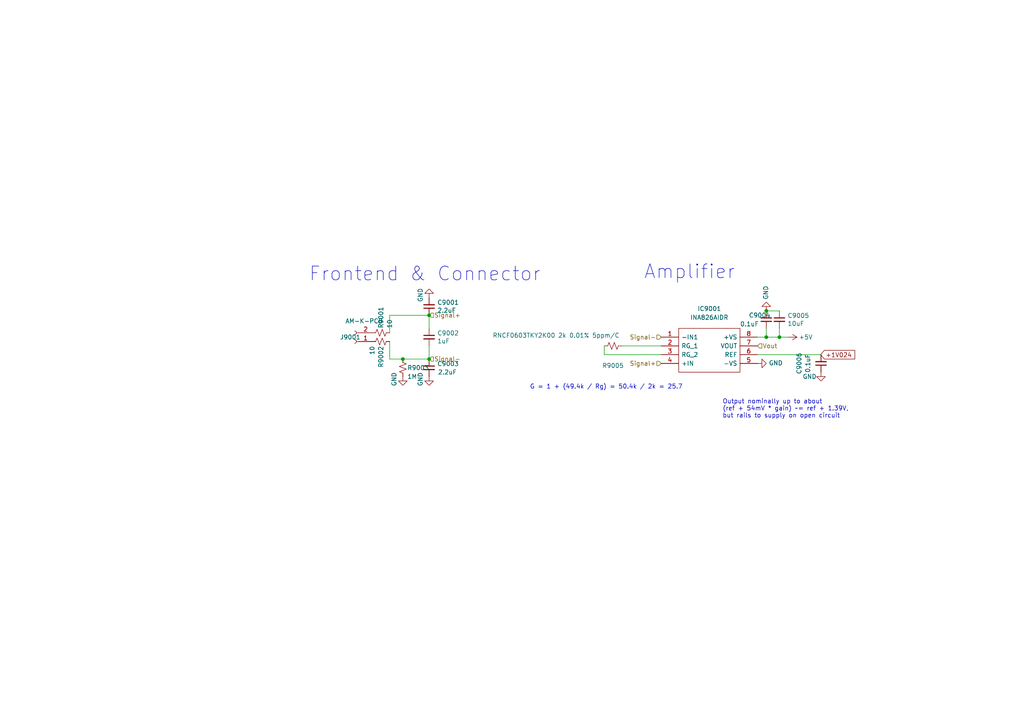
<source format=kicad_sch>
(kicad_sch (version 20231120) (generator "eeschema") (generator_version "8.0")
  (paper "A4")
  (lib_symbols
    (symbol "Connector:Conn_01x02_Female" (pin_names (offset 1.016) hide)
      (property "Reference" "J" (at 0 2.54 0))
      (property "Value" "Conn_01x02_Female" (at 0 -5.08 0))
      (symbol "Conn_01x02_Female_1_1"
        (arc (start 0 -2.032) (mid -0.5058 -2.54) (end 0 -3.048) (stroke (width 0.1524)))
        (polyline (pts (xy -1.27 -2.54) (xy -0.508 -2.54)) (stroke (width 0.1524)))
        (polyline (pts (xy -1.27 0) (xy -0.508 0)) (stroke (width 0.1524)))
        (arc (start 0 0.508) (mid -0.5058 0) (end 0 -0.508) (stroke (width 0.1524)))
        (pin passive line (at -5.08 0 0) (length 3.81) (name "Pin_1") (number "1"))
        (pin passive line (at -5.08 -2.54 0) (length 3.81) (name "Pin_2") (number "2"))
      )
    )
    (symbol "Device:C_Small" (pin_numbers hide) (pin_names (offset 0.254) hide)
      (property "Reference" "C" (at 0.254 1.778 0))
      (property "Value" "C_Small" (at 0.254 -2.032 0))
      (symbol "C_Small_0_1"
        (polyline (pts (xy -1.524 -0.508) (xy 1.524 -0.508)) (stroke (width 0.3302)))
        (polyline (pts (xy -1.524 0.508) (xy 1.524 0.508)) (stroke (width 0.3048)))
      )
      (symbol "C_Small_1_1"
        (pin passive line (at 0 2.54 270) (length 2.032) (name "~") (number "1"))
        (pin passive line (at 0 -2.54 90) (length 2.032) (name "~") (number "2"))
      )
    )
    (symbol "Device:R_Small_US" (pin_numbers hide) (pin_names (offset 0.254) hide)
      (property "Reference" "R" (at 0.762 0.508 0))
      (property "Value" "R_Small_US" (at 0.762 -1.016 0))
      (symbol "R_Small_US_1_1"
        (polyline (pts (xy 0 0) (xy 1.016 -0.381) (xy 0 -0.762) (xy -1.016 -1.143) (xy 0 -1.524)))
        (polyline (pts (xy 0 1.524) (xy 1.016 1.143) (xy 0 0.762) (xy -1.016 0.381) (xy 0 0)))
        (pin passive line (at 0 2.54 270) (length 1.016) (name "~") (number "1"))
        (pin passive line (at 0 -2.54 90) (length 1.016) (name "~") (number "2"))
      )
    )
    (symbol "aaa:INA826AIDR" (pin_names (offset 0.762))
      (property "Reference" "IC" (at 24.13 7.62 0))
      (property "Value" "INA826AIDR" (at 24.13 5.08 0))
      (symbol "INA826AIDR_0_0"
        (pin passive line (at 0 0 0) (length 5.08) (name "-IN1") (number "1"))
        (pin passive line (at 0 -2.54 0) (length 5.08) (name "RG_1") (number "2"))
        (pin passive line (at 0 -5.08 0) (length 5.08) (name "RG_2") (number "3"))
        (pin passive line (at 0 -7.62 0) (length 5.08) (name "+IN") (number "4"))
        (pin passive line (at 27.94 -7.62 180) (length 5.08) (name "-VS") (number "5"))
        (pin passive line (at 27.94 -5.08 180) (length 5.08) (name "REF") (number "6"))
        (pin passive line (at 27.94 -2.54 180) (length 5.08) (name "VOUT") (number "7"))
        (pin passive line (at 27.94 0 180) (length 5.08) (name "+VS") (number "8"))
      )
      (symbol "INA826AIDR_0_1"
        (polyline (pts (xy 5.08 2.54) (xy 22.86 2.54) (xy 22.86 -10.16) (xy 5.08 -10.16) (xy 5.08 2.54)) (stroke (width 0.1524)))
      )
    )
    (symbol "power:+5V" (power) (pin_names (offset 0))
      (property "Value" "+5V" (at 0 3.556 0))
      (symbol "+5V_0_1"
        (polyline (pts (xy -0.762 1.27) (xy 0 2.54)))
        (polyline (pts (xy 0 0) (xy 0 2.54)))
        (polyline (pts (xy 0 2.54) (xy 0.762 1.27)))
      )
      (symbol "+5V_1_1"
        (pin power_in line (at 0 0 90) (length 0) hide (name "+5V") (number "1"))
      )
    )
    (symbol "power:GND" (power) (pin_names (offset 0))
      (property "Value" "GND" (at 0 -3.81 0))
      (symbol "GND_0_1"
        (polyline (pts (xy 0 0) (xy 0 -1.27) (xy 1.27 -1.27) (xy 0 -2.54) (xy -1.27 -1.27) (xy 0 -1.27)))
      )
      (symbol "GND_1_1"
        (pin power_in line (at 0 0 270) (length 0) hide (name "GND") (number "1"))
      )
    )
  )
  (junction (at 226.06 97.79))
  (junction (at 124.46 104.14))
  (junction (at 222.25 97.79))
  (junction (at 222.25 90.17))
  (junction (at 116.84 104.14))
  (junction (at 124.46 91.44))
  (wire (pts (xy 222.25 97.79) (xy 222.25 95.25)))
  (wire (pts (xy 113.03 104.14) (xy 116.84 104.14)))
  (wire (pts (xy 219.71 102.87) (xy 238.125 102.87)))
  (wire (pts (xy 124.46 95.25) (xy 124.46 91.44)))
  (wire (pts (xy 113.03 91.44) (xy 124.46 91.44)))
  (wire (pts (xy 175.26 100.33) (xy 175.26 102.87)))
  (wire (pts (xy 226.06 97.79) (xy 228.6 97.79)))
  (wire (pts (xy 113.03 96.52) (xy 113.03 91.44)))
  (wire (pts (xy 219.71 97.79) (xy 222.25 97.79)))
  (wire (pts (xy 226.06 90.17) (xy 222.25 90.17)))
  (wire (pts (xy 226.06 97.79) (xy 222.25 97.79)))
  (wire (pts (xy 116.84 104.14) (xy 124.46 104.14)))
  (wire (pts (xy 180.34 100.33) (xy 191.77 100.33)))
  (wire (pts (xy 113.03 99.06) (xy 113.03 104.14)))
  (wire (pts (xy 124.46 100.33) (xy 124.46 104.14)))
  (wire (pts (xy 175.26 102.87) (xy 191.77 102.87)))
  (wire (pts (xy 226.06 95.25) (xy 226.06 97.79)))
  (text "G = 1 + (49.4k / Rg) = 50.4k / 2k = 25.7" (at 153.67 113.03 0) (effects (font (size 1.27 1.27)) (justify left bottom)))
  (text "Amplifier" (at 186.69 81.28 0) (effects (font (size 4 4)) (justify left bottom)))
  (text "Output nominally up to about\n(ref + 54mV * gain) ~= ref + 1.39V,\nbut rails to supply on open circuit" (at 209.55 121.412 0) (effects (font (size 1.27 1.27)) (justify left bottom)))
  (text "Frontend & Connector" (at 89.535 81.915 0) (effects (font (size 4 4)) (justify left bottom)))
  (global_label "+1V024" (shape input) (at 237.998 102.87 0) (property "Intersheetrefs" "${INTERSHEET_REFS}" (effects (hide yes))))
  (hierarchical_label "Signal-" (shape input) (at 191.77 97.79 180))
  (hierarchical_label "Signal+" (shape input) (at 124.46 91.44 0))
  (hierarchical_label "Signal+" (shape input) (at 191.77 105.41 180))
  (hierarchical_label "Signal-" (shape input) (at 124.46 104.14 0))
  (hierarchical_label "Vout" (shape input) (at 219.71 100.33 0))
  (symbol (lib_id "Connector:Conn_01x02_Female") (at 102.87 99.06 180) (unit 1)
    (property "Reference" "J9001" (at 101.6 97.79 0))
    (property "Value" "AM-K-PCB" (at 105.6132 93.1164 0))
    (property "Footprint" "aaa:AM-K-PCB" (effects (hide yes)))
    (property "LCSC" "C9900157061" (effects (hide yes)))
    (instances (project "simplicity_analog_1" (path "" (reference "J9001") (unit 1)) (path "" (reference "J23001") (unit 1)) (path "" (reference "J15001") (unit 1)) (path "" (reference "J19001") (unit 1))) (project "analog_frontend_panel" (path "" (reference "J12") (unit 1)) (path "" (reference "J15") (unit 1)) (path "" (reference "J13") (unit 1)) (path "" (reference "J14") (unit 1))))
  )
  (symbol (lib_id "Device:C_Small") (at 124.46 97.79 0) (unit 1)
    (property "Reference" "C9002" (at 126.7968 96.6216 0) (effects (justify left)))
    (property "Value" "1uF" (at 126.7968 98.933 0) (effects (justify left)))
    (property "Footprint" "Capacitor_SMD:C_0402_1005Metric" (effects (hide yes)))
    (instances (project "simplicity_analog_1" (path "" (reference "C9002") (unit 1)) (path "" (reference "C23002") (unit 1)) (path "" (reference "C15002") (unit 1)) (path "" (reference "C19002") (unit 1))) (project "analog_frontend_panel" (path "" (reference "C2") (unit 1)) (path "" (reference "C20") (unit 1)) (path "" (reference "C8") (unit 1)) (path "" (reference "C14") (unit 1))))
  )
  (symbol (lib_id "Device:C_Small") (at 124.46 106.68 0) (unit 1)
    (property "Reference" "C9003" (at 126.7968 105.5116 0) (effects (justify left)))
    (property "Value" "2.2uF" (at 127 107.95 0) (effects (justify left)))
    (property "Footprint" "Capacitor_SMD:C_0402_1005Metric" (effects (hide yes)))
    (instances (project "simplicity_analog_1" (path "" (reference "C9003") (unit 1)) (path "" (reference "C23003") (unit 1)) (path "" (reference "C15003") (unit 1)) (path "" (reference "C19003") (unit 1))) (project "analog_frontend_panel" (path "" (reference "C3") (unit 1)) (path "" (reference "C21") (unit 1)) (path "" (reference "C9") (unit 1)) (path "" (reference "C15") (unit 1))))
  )
  (symbol (lib_id "power:GND") (at 124.46 109.22 0) (unit 1)
    (property "Reference" "#PWR09003" (effects (hide yes)))
    (property "Value" "GND" (at 121.92 107.95 90) (effects (justify right)))
    (instances (project "simplicity_analog_1" (path "" (reference "#PWR09003") (unit 1)) (path "" (reference "#PWR023003") (unit 1)) (path "" (reference "#PWR015003") (unit 1)) (path "" (reference "#PWR019003") (unit 1))) (project "analog_frontend_panel" (path "" (reference "#PWR017") (unit 1)) (path "" (reference "#PWR038") (unit 1)) (path "" (reference "#PWR024") (unit 1)) (path "" (reference "#PWR031") (unit 1))))
  )
  (symbol (lib_id "Device:C_Small") (at 124.46 88.9 180) (unit 1)
    (property "Reference" "C9001" (at 126.7968 87.7316 0) (effects (justify right)))
    (property "Value" "2.2uF" (at 126.7968 90.043 0) (effects (justify right)))
    (property "Footprint" "Capacitor_SMD:C_0402_1005Metric" (effects (hide yes)))
    (instances (project "simplicity_analog_1" (path "" (reference "C9001") (unit 1)) (path "" (reference "C23001") (unit 1)) (path "" (reference "C15001") (unit 1)) (path "" (reference "C19001") (unit 1))) (project "analog_frontend_panel" (path "" (reference "C1") (unit 1)) (path "" (reference "C19") (unit 1)) (path "" (reference "C7") (unit 1)) (path "" (reference "C13") (unit 1))))
  )
  (symbol (lib_id "power:GND") (at 124.46 86.36 180) (unit 1)
    (property "Reference" "#PWR09002" (effects (hide yes)))
    (property "Value" "GND" (at 121.92 87.63 90) (effects (justify right)))
    (instances (project "simplicity_analog_1" (path "" (reference "#PWR09002") (unit 1)) (path "" (reference "#PWR023002") (unit 1)) (path "" (reference "#PWR015002") (unit 1)) (path "" (reference "#PWR019002") (unit 1))) (project "analog_frontend_panel" (path "" (reference "#PWR016") (unit 1)) (path "" (reference "#PWR037") (unit 1)) (path "" (reference "#PWR023") (unit 1)) (path "" (reference "#PWR030") (unit 1))))
  )
  (symbol (lib_id "Device:R_Small_US") (at 116.84 106.68 0) (unit 1)
    (property "Reference" "R9003" (at 118.11 106.68 0) (effects (justify left)))
    (property "Value" "1M" (at 118.11 109.22 0) (effects (justify left)))
    (property "Footprint" "Resistor_SMD:R_0402_1005Metric" (effects (hide yes)))
    (instances (project "simplicity_analog_1" (path "" (reference "R9003") (unit 1)) (path "" (reference "R23003") (unit 1)) (path "" (reference "R15003") (unit 1)) (path "" (reference "R19003") (unit 1))) (project "analog_frontend_panel" (path "" (reference "R4") (unit 1)) (path "" (reference "R19") (unit 1)) (path "" (reference "R9") (unit 1)) (path "" (reference "R14") (unit 1))))
  )
  (symbol (lib_id "power:GND") (at 116.84 109.22 0) (unit 1)
    (property "Reference" "#PWR09001" (effects (hide yes)))
    (property "Value" "GND" (at 114.3 107.95 90) (effects (justify right)))
    (instances (project "simplicity_analog_1" (path "" (reference "#PWR09001") (unit 1)) (path "" (reference "#PWR023001") (unit 1)) (path "" (reference "#PWR015001") (unit 1)) (path "" (reference "#PWR019001") (unit 1))) (project "analog_frontend_panel" (path "" (reference "#PWR015") (unit 1)) (path "" (reference "#PWR036") (unit 1)) (path "" (reference "#PWR022") (unit 1)) (path "" (reference "#PWR029") (unit 1))))
  )
  (symbol (lib_id "Device:R_Small_US") (at 110.49 96.52 90) (unit 1)
    (property "Reference" "R9001" (at 110.49 95.25 0) (effects (justify left)))
    (property "Value" "10" (at 113.03 95.25 0) (effects (justify left)))
    (property "Footprint" "Resistor_SMD:R_0402_1005Metric" (effects (hide yes)))
    (property "LCSC" "C25077" (effects (hide yes)))
    (instances (project "simplicity_analog_1" (path "" (reference "R9001") (unit 1)) (path "" (reference "R23001") (unit 1)) (path "" (reference "R15001") (unit 1)) (path "" (reference "R19001") (unit 1))) (project "analog_frontend_panel" (path "" (reference "R2") (unit 1)) (path "" (reference "R17") (unit 1)) (path "" (reference "R7") (unit 1)) (path "" (reference "R12") (unit 1))))
  )
  (symbol (lib_id "Device:R_Small_US") (at 110.49 99.06 270) (unit 1)
    (property "Reference" "R9002" (at 110.49 100.33 0) (effects (justify left)))
    (property "Value" "10" (at 107.95 100.33 0) (effects (justify left)))
    (property "Footprint" "Resistor_SMD:R_0402_1005Metric" (effects (hide yes)))
    (property "Datasheet" "C25077" (effects (hide yes)))
    (instances (project "simplicity_analog_1" (path "" (reference "R9002") (unit 1)) (path "" (reference "R23002") (unit 1)) (path "" (reference "R15002") (unit 1)) (path "" (reference "R19002") (unit 1))) (project "analog_frontend_panel" (path "" (reference "R3") (unit 1)) (path "" (reference "R18") (unit 1)) (path "" (reference "R8") (unit 1)) (path "" (reference "R13") (unit 1))))
  )
  (symbol (lib_id "power:GND") (at 238.125 107.95 0) (unit 1)
    (property "Reference" "#PWR09007" (effects (hide yes)))
    (property "Value" "GND" (at 236.855 109.22 0) (effects (justify right)))
    (instances (project "simplicity_analog_1" (path "" (reference "#PWR09007") (unit 1)) (path "" (reference "#PWR023007") (unit 1)) (path "" (reference "#PWR015007") (unit 1)) (path "" (reference "#PWR019007") (unit 1))) (project "analog_frontend_panel" (path "" (reference "#PWR021") (unit 1)) (path "" (reference "#PWR042") (unit 1)) (path "" (reference "#PWR028") (unit 1)) (path "" (reference "#PWR035") (unit 1))))
  )
  (symbol (lib_id "power:+5V") (at 228.6 97.79 270) (unit 1)
    (property "Reference" "#PWR0102" (effects (hide yes)))
    (property "Value" "+5V" (at 231.648 97.79 90) (effects (justify left)))
    (instances (project "simplicity_analog_1" (path "" (reference "#PWR0102") (unit 1)) (path "" (reference "#PWR0105") (unit 1)) (path "" (reference "#PWR0103") (unit 1)) (path "" (reference "#PWR0104") (unit 1))) (project "analog_frontend_panel" (path "" (reference "#PWR06001") (unit 1)) (path "" (reference "#PWR09001") (unit 1)) (path "" (reference "#PWR07001") (unit 1)) (path "" (reference "#PWR08001") (unit 1))))
  )
  (symbol (lib_id "Device:C_Small") (at 238.125 105.41 180) (unit 1)
    (property "Reference" "C9006" (at 231.775 105.4037 90))
    (property "Value" "0.1uF" (at 234.315 105.4037 90))
    (property "Footprint" "Capacitor_SMD:C_0402_1005Metric" (effects (hide yes)))
    (instances (project "simplicity_analog_1" (path "" (reference "C9006") (unit 1)) (path "" (reference "C23006") (unit 1)) (path "" (reference "C15006") (unit 1)) (path "" (reference "C19006") (unit 1))) (project "analog_frontend_panel" (path "" (reference "C6") (unit 1)) (path "" (reference "C24") (unit 1)) (path "" (reference "C12") (unit 1)) (path "" (reference "C18") (unit 1))))
  )
  (symbol (lib_id "Device:C_Small") (at 222.25 92.71 180) (unit 1)
    (property "Reference" "C9004" (at 217.17 91.44 0) (effects (justify right)))
    (property "Value" "0.1uF" (at 214.63 93.98 0) (effects (justify right)))
    (property "Footprint" "Capacitor_SMD:C_0402_1005Metric" (effects (hide yes)))
    (instances (project "simplicity_analog_1" (path "" (reference "C9004") (unit 1)) (path "" (reference "C23004") (unit 1)) (path "" (reference "C15004") (unit 1)) (path "" (reference "C19004") (unit 1))) (project "analog_frontend_panel" (path "" (reference "C4") (unit 1)) (path "" (reference "C22") (unit 1)) (path "" (reference "C10") (unit 1)) (path "" (reference "C16") (unit 1))))
  )
  (symbol (lib_id "aaa:INA826AIDR") (at 191.77 97.79 0) (unit 1)
    (property "Reference" "IC9001" (at 205.74 89.535 0))
    (property "Value" "INA826AIDR" (at 205.74 92.075 0))
    (property "Footprint" "aaa:SOIC127P600X175-8N" (effects (hide yes)))
    (property "Datasheet" "http://www.ti.com/lit/gpn/ina826" (effects (hide yes)))
    (property "Description" "Precision, 200-uA Supply Current, 36-V Supply Instrumentation Amplifier" (effects (hide yes)))
    (property "Height" "1.75" (effects (hide yes)))
    (property "Manufacturer_Name" "Texas Instruments" (effects (hide yes)))
    (property "Manufacturer_Part_Number" "INA826AIDR" (effects (hide yes)))
    (property "Mouser Part Number" "595-INA826AIDR" (effects (hide yes)))
    (property "Mouser Price/Stock" "https://www.mouser.co.uk/ProductDetail/Texas-Instruments/INA826AIDR?qs=RqytGdBYyUFuQNJtlkA6aQ%3D%3D" (effects (hide yes)))
    (property "Arrow Part Number" "INA826AIDR" (effects (hide yes)))
    (property "Arrow Price/Stock" "https://www.arrow.com/en/products/ina826aidr/texas-instruments?region=nac" (effects (hide yes)))
    (property "LCSC" "C38433" (effects (hide yes)))
    (instances (project "simplicity_analog_1" (path "" (reference "IC9001") (unit 1)) (path "" (reference "IC23001") (unit 1)) (path "" (reference "IC15001") (unit 1)) (path "" (reference "IC19001") (unit 1))) (project "analog_frontend_panel" (path "" (reference "IC1") (unit 1)) (path "" (reference "IC4") (unit 1)) (path "" (reference "IC2") (unit 1)) (path "" (reference "IC3") (unit 1))))
  )
  (symbol (lib_id "Device:R_Small_US") (at 177.8 100.33 270) (unit 1)
    (property "Reference" "R9005" (at 177.8 106.045 90))
    (property "Value" "RNCF0603TKY2K00 2k 0.01% 5ppm/C" (at 161.29 97.282 90))
    (property "Footprint" "Resistor_SMD:R_0603_1608Metric" (effects (hide yes)))
    (property "LCSC" "C346578" (effects (hide yes)))
    (instances (project "simplicity_analog_1" (path "" (reference "R9005") (unit 1)) (path "" (reference "R23005") (unit 1)) (path "" (reference "R15005") (unit 1)) (path "" (reference "R19005") (unit 1))) (project "analog_frontend_panel" (path "" (reference "R6") (unit 1)) (path "" (reference "R21") (unit 1)) (path "" (reference "R11") (unit 1)) (path "" (reference "R16") (unit 1))))
  )
  (symbol (lib_id "Device:C_Small") (at 226.06 92.71 0) (unit 1)
    (property "Reference" "C9005" (at 228.3968 91.5416 0) (effects (justify left)))
    (property "Value" "10uF" (at 228.3968 93.853 0) (effects (justify left)))
    (property "Footprint" "Capacitor_SMD:C_0603_1608Metric" (effects (hide yes)))
    (instances (project "simplicity_analog_1" (path "" (reference "C9005") (unit 1)) (path "" (reference "C23005") (unit 1)) (path "" (reference "C15005") (unit 1)) (path "" (reference "C19005") (unit 1))) (project "analog_frontend_panel" (path "" (reference "C5") (unit 1)) (path "" (reference "C23") (unit 1)) (path "" (reference "C11") (unit 1)) (path "" (reference "C17") (unit 1))))
  )
  (symbol (lib_id "power:GND") (at 222.25 90.17 180) (unit 1)
    (property "Reference" "#PWR09005" (effects (hide yes)))
    (property "Value" "GND" (at 222.123 86.9188 90) (effects (justify right)))
    (instances (project "simplicity_analog_1" (path "" (reference "#PWR09005") (unit 1)) (path "" (reference "#PWR023005") (unit 1)) (path "" (reference "#PWR015005") (unit 1)) (path "" (reference "#PWR019005") (unit 1))) (project "analog_frontend_panel" (path "" (reference "#PWR019") (unit 1)) (path "" (reference "#PWR040") (unit 1)) (path "" (reference "#PWR026") (unit 1)) (path "" (reference "#PWR033") (unit 1))))
  )
  (symbol (lib_id "power:GND") (at 219.71 105.41 90) (unit 1)
    (property "Reference" "#PWR09004" (effects (hide yes)))
    (property "Value" "GND" (at 222.9612 105.283 90) (effects (justify right)))
    (instances (project "simplicity_analog_1" (path "" (reference "#PWR09004") (unit 1)) (path "" (reference "#PWR023004") (unit 1)) (path "" (reference "#PWR015004") (unit 1)) (path "" (reference "#PWR019004") (unit 1))) (project "analog_frontend_panel" (path "" (reference "#PWR018") (unit 1)) (path "" (reference "#PWR039") (unit 1)) (path "" (reference "#PWR025") (unit 1)) (path "" (reference "#PWR032") (unit 1))))
  )
)
</source>
